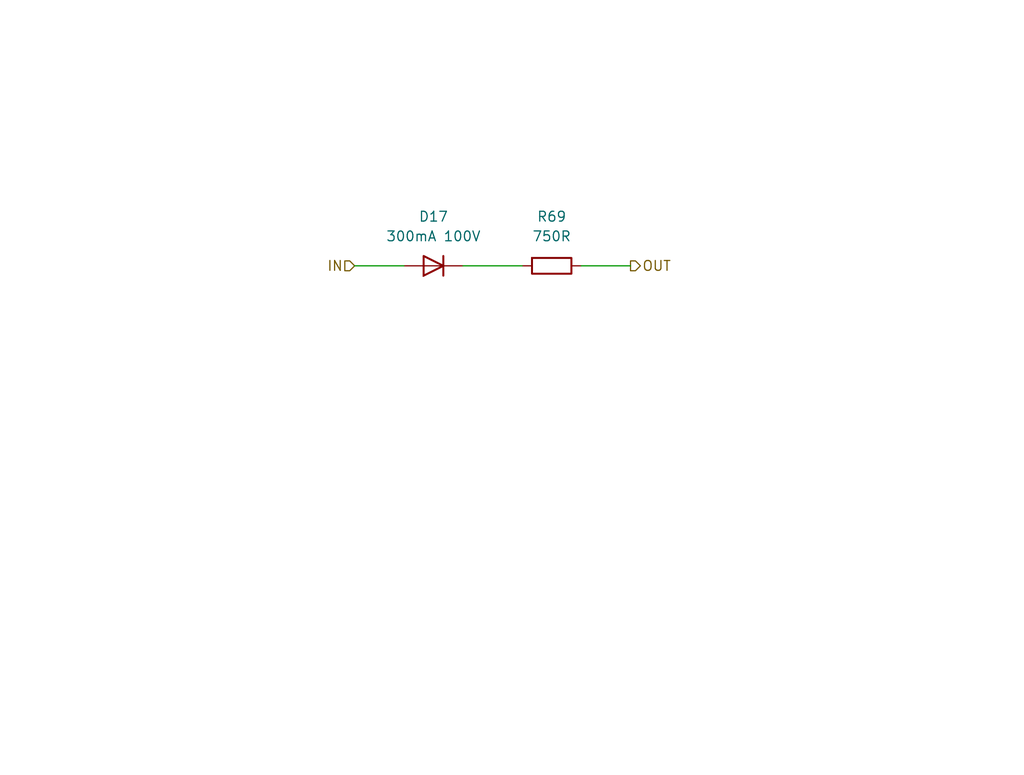
<source format=kicad_sch>
(kicad_sch (version 20231120) (generator "eeschema") (generator_version "8.0")
  (paper "User" 132.004 99.9998)
  (lib_symbols
    (symbol "Modular Shield:D" (pin_numbers hide) (pin_names (offset 1.016) hide)
      (property "Reference" "D" (at 0 2.54 0))
      (property "Value" "1A 50V" (at 0 -2.54 0))
      (symbol "D_0_1"
        (polyline (pts (xy -1.27 1.27) (xy -1.27 -1.27)) (stroke (width 0.254)))
        (polyline (pts (xy 1.27 0) (xy -1.27 0)))
        (polyline (pts (xy 1.27 1.27) (xy 1.27 -1.27) (xy -1.27 0) (xy 1.27 1.27)) (stroke (width 0.254)))
      )
      (symbol "D_1_1"
        (pin passive line (at -3.81 0 0) (length 2.54) (name "K") (number "1"))
        (pin passive line (at 3.81 0 180) (length 2.54) (name "A") (number "2"))
      )
    )
    (symbol "Modular Shield:R 750R" (pin_numbers hide) (pin_names (offset 0))
      (property "Reference" "R" (at 2.032 0 90))
      (property "Value" "750R" (at 0 0 90))
      (symbol "R 750R_0_1"
        (rectangle (start -1.016 2.54) (end 1.016 -2.54) (stroke (width 0.254)))
      )
      (symbol "R 750R_1_1"
        (pin passive line (at 0 3.81 270) (length 1.27) (name "~") (number "1"))
        (pin passive line (at 0 -3.81 90) (length 1.27) (name "~") (number "2"))
      )
    )
  )
  (wire (pts (xy 74.93 34.29) (xy 81.28 34.29)))
  (wire (pts (xy 59.69 34.29) (xy 67.31 34.29)))
  (wire (pts (xy 45.72 34.29) (xy 52.07 34.29)))
  (hierarchical_label "IN" (shape input) (at 45.72 34.29 180))
  (hierarchical_label "OUT" (shape output) (at 81.28 34.29 0))
  (symbol (lib_id "Modular Shield:R 750R") (at 71.12 34.29 90) (unit 1)
    (property "Reference" "R69" (at 71.12 27.94 90))
    (property "Value" "750R" (at 71.12 30.48 90))
    (property "Footprint" "Modular Shield:R_0603_1608Metric" (effects (hide yes)))
    (property "LCSC" "C23241" (effects (hide yes)))
    (instances (project "Modular_hat_in_out" (path "" (reference "R69") (unit 1)) (path "" (reference "R91") (unit 1)) (path "" (reference "R92") (unit 1)) (path "" (reference "R72") (unit 1)) (path "" (reference "R70") (unit 1)) (path "" (reference "R90") (unit 1)) (path "" (reference "R71") (unit 1)) (path "" (reference "R89") (unit 1))))
  )
  (symbol (lib_id "Modular Shield:D") (at 55.88 34.29 180) (unit 1)
    (property "Reference" "D17" (at 55.88 27.94 0))
    (property "Value" "300mA 100V" (at 55.88 30.48 0))
    (property "Footprint" "Modular Shield:D_0603_1608Metric" (effects (hide yes)))
    (property "Description" "Diode" (effects (hide yes)))
    (property "Sim.Device" "D" (effects (hide yes)))
    (property "Sim.Pins" "1=K 2=A" (effects (hide yes)))
    (property "LCSC" "C727112" (effects (hide yes)))
    (instances (project "Modular_hat_in_out" (path "" (reference "D17") (unit 1)) (path "" (reference "D23") (unit 1)) (path "" (reference "D24") (unit 1)) (path "" (reference "D20") (unit 1)) (path "" (reference "D18") (unit 1)) (path "" (reference "D22") (unit 1)) (path "" (reference "D19") (unit 1)) (path "" (reference "D21") (unit 1))))
  )
)
</source>
